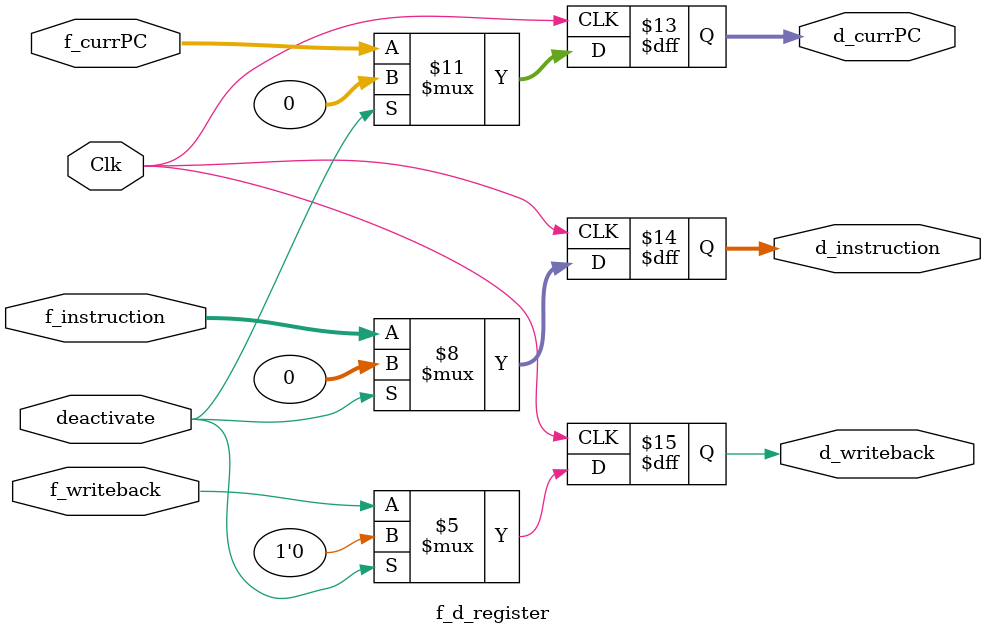
<source format=v>
`timescale 1ns / 1ps
module f_d_register(
    Clk, 
    deactivate,
    f_currPC,
    d_currPC,
    f_instruction,
    d_instruction,
    f_writeback,
    d_writeback
);

    input Clk, deactivate;

    input [31:0] f_currPC;
    output reg [31:0] d_currPC;

    input [31:0] f_instruction;
    output reg [31:0] d_instruction;

    input f_writeback;
    output reg d_writeback;

    initial begin 
        d_currPC <= 0;
        d_instruction <= 0;
        d_writeback <= 0;
    end

    always@(posedge Clk)begin
        if(deactivate == 1)begin
        d_currPC <= 0;
        d_instruction <= 0;
        d_writeback <= 0;
        end
        else begin
        d_currPC <= f_currPC;
        d_instruction <= f_instruction;
        d_writeback <= f_writeback;
        end
    end

endmodule
</source>
